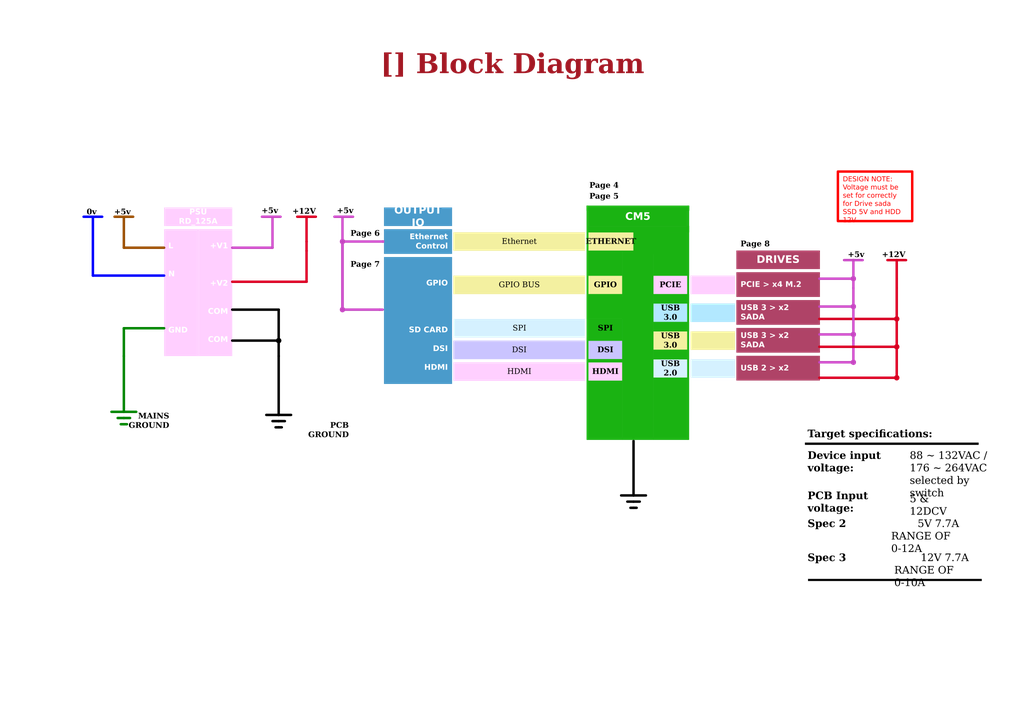
<source format=kicad_sch>
(kicad_sch
	(version 20250114)
	(generator "eeschema")
	(generator_version "9.0")
	(uuid "d4440dba-022e-49b2-97f2-6fc1871c7304")
	(paper "A3")
	(title_block
		(title "Block Diagram")
		(date "Last Modified Date")
		(rev "${REVISION}")
		(company "${COMPANY}")
	)
	(lib_symbols)
	(rectangle
		(start 241.3 156.21)
		(end 255.27 180.34)
		(stroke
			(width 0)
			(type default)
			(color 26 179 18 1)
		)
		(fill
			(type color)
			(color 26 179 18 1)
		)
		(uuid 05c43237-d989-46c7-a838-1fe3e687d325)
	)
	(rectangle
		(start 267.97 132.08)
		(end 281.94 135.89)
		(stroke
			(width 0)
			(type default)
			(color 26 179 18 1)
		)
		(fill
			(type color)
			(color 26 179 18 1)
		)
		(uuid 18d023c4-e3f0-46c9-87ca-5d30d9cdf2c3)
	)
	(rectangle
		(start 241.3 130.81)
		(end 255.27 139.7)
		(stroke
			(width 0)
			(type default)
			(color 26 179 18 1)
		)
		(fill
			(type color)
			(color 26 179 18 1)
		)
		(uuid 39c3df59-f9d6-4c44-9610-c14f06418e27)
	)
	(rectangle
		(start 267.97 154.94)
		(end 281.94 180.34)
		(stroke
			(width 0)
			(type default)
			(color 26 179 18 1)
		)
		(fill
			(type color)
			(color 26 179 18 1)
		)
		(uuid 3a6c1391-840d-4a80-9739-78b63fe94339)
	)
	(circle
		(center 367.792 130.81)
		(radius 1.016)
		(stroke
			(width 0)
			(type default)
			(color 212 0 32 1)
		)
		(fill
			(type color)
			(color 212 0 32 1)
		)
		(uuid 3e2c6bd8-f7d7-4007-beb2-38a051b35c34)
	)
	(circle
		(center 350.012 148.59)
		(radius 1.016)
		(stroke
			(width 0)
			(type default)
			(color 198 71 194 1)
		)
		(fill
			(type color)
			(color 198 71 194 1)
		)
		(uuid 41023b46-9a07-470f-8e7a-c75031cc9ecc)
	)
	(rectangle
		(start 241.3 147.32)
		(end 255.27 148.59)
		(stroke
			(width 0)
			(type default)
			(color 26 179 18 1)
		)
		(fill
			(type color)
			(color 26 179 18 1)
		)
		(uuid 421816ca-5f12-4e86-8e69-316b379c8971)
	)
	(circle
		(center 140.462 127)
		(radius 1.016)
		(stroke
			(width 0)
			(type default)
			(color 198 71 194 1)
		)
		(fill
			(type color)
			(color 198 71 194 1)
		)
		(uuid 51410f93-50a0-4779-afb7-2ee142d132a9)
	)
	(rectangle
		(start 240.665 84.455)
		(end 282.575 86.36)
		(stroke
			(width 0.254)
			(type default)
			(color 26 179 18 1)
		)
		(fill
			(type color)
			(color 26 179 18 1)
		)
		(uuid 55bb8f5d-1716-457c-ab18-7887e7f79c32)
	)
	(circle
		(center 140.462 99.06)
		(radius 1.016)
		(stroke
			(width 0)
			(type default)
			(color 198 71 194 1)
		)
		(fill
			(type color)
			(color 198 71 194 1)
		)
		(uuid 5ce36d2b-b753-4d4d-b2c0-01a15c72c9aa)
	)
	(rectangle
		(start 156.845 98.679)
		(end 157.48 99.441)
		(stroke
			(width 0.25)
			(type default)
			(color 198 71 194 1)
		)
		(fill
			(type color)
			(color 198 71 194 1)
		)
		(uuid 71a7bc8d-71ba-4784-b706-1c489dd4699b)
	)
	(circle
		(center 350.012 125.73)
		(radius 1.016)
		(stroke
			(width 0)
			(type default)
			(color 198 71 194 1)
		)
		(fill
			(type color)
			(color 198 71 194 1)
		)
		(uuid 73e2bab7-d1ff-4c48-92c5-5867c50c9caa)
	)
	(circle
		(center 367.792 154.94)
		(radius 1.016)
		(stroke
			(width 0)
			(type default)
			(color 212 0 32 1)
		)
		(fill
			(type color)
			(color 212 0 32 1)
		)
		(uuid 7633bb73-b48f-4b61-a923-beffcd4fcbdc)
	)
	(rectangle
		(start 241.3 120.65)
		(end 255.27 123.19)
		(stroke
			(width 0)
			(type default)
			(color 26 179 18 1)
		)
		(fill
			(type color)
			(color 26 179 18 1)
		)
		(uuid 7b3048d9-9f27-43c5-89d8-687bf1563aee)
	)
	(circle
		(center 350.012 137.16)
		(radius 1.016)
		(stroke
			(width 0)
			(type default)
			(color 198 71 194 1)
		)
		(fill
			(type color)
			(color 198 71 194 1)
		)
		(uuid 81814ec4-8061-4f89-b6de-11442b690bce)
	)
	(rectangle
		(start 281.94 84.455)
		(end 282.575 180.34)
		(stroke
			(width 0)
			(type default)
			(color 26 179 18 1)
		)
		(fill
			(type color)
			(color 26 179 18 1)
		)
		(uuid 82b7fc9f-5c53-4bad-ac33-36ff04086978)
	)
	(rectangle
		(start 331.47 237.49)
		(end 402.59 238.252)
		(stroke
			(width 0)
			(type default)
			(color 0 0 0 1)
		)
		(fill
			(type color)
			(color 0 0 0 1)
		)
		(uuid 8956a1c0-282a-4b1e-927b-8bc74278d14f)
	)
	(rectangle
		(start 241.3 92.71)
		(end 282.575 95.25)
		(stroke
			(width 0)
			(type default)
			(color 26 179 18 1)
		)
		(fill
			(type color)
			(color 26 179 18 1)
		)
		(uuid a952ed71-59f7-4034-9137-c9beed0052e5)
	)
	(rectangle
		(start 255.27 102.87)
		(end 267.97 180.34)
		(stroke
			(width 0)
			(type default)
			(color 26 179 18 1)
		)
		(fill
			(type color)
			(color 26 179 18 1)
		)
		(uuid b5912d90-a2e6-47a8-b37f-79df93690db6)
	)
	(rectangle
		(start 267.97 143.51)
		(end 281.94 147.32)
		(stroke
			(width 0)
			(type default)
			(color 26 179 18 1)
		)
		(fill
			(type color)
			(color 26 179 18 1)
		)
		(uuid bdbbf18e-6f1e-46bc-83ed-402e06ceb661)
	)
	(rectangle
		(start 267.97 120.65)
		(end 281.94 124.46)
		(stroke
			(width 0)
			(type default)
			(color 26 179 18 1)
		)
		(fill
			(type color)
			(color 26 179 18 1)
		)
		(uuid be3f6889-490c-44fa-9418-f01ed8476be7)
	)
	(circle
		(center 350.012 114.3)
		(radius 1.016)
		(stroke
			(width 0)
			(type default)
			(color 198 71 194 1)
		)
		(fill
			(type color)
			(color 198 71 194 1)
		)
		(uuid bfdeaac1-314c-48ed-8cf7-516162809f1b)
	)
	(rectangle
		(start 259.842 93.98)
		(end 273.812 104.14)
		(stroke
			(width 0)
			(type default)
			(color 26 179 18 1)
		)
		(fill
			(type color)
			(color 26 179 18 1)
		)
		(uuid ccbf5fc0-b3fa-481b-9909-8b6e5e2448f2)
	)
	(rectangle
		(start 267.97 95.25)
		(end 281.94 113.03)
		(stroke
			(width 0)
			(type default)
			(color 26 179 18 1)
		)
		(fill
			(type color)
			(color 26 179 18 1)
		)
		(uuid cdf72398-0431-4b4b-8fdb-00fcbee68e2a)
	)
	(circle
		(center 367.792 142.24)
		(radius 1.016)
		(stroke
			(width 0)
			(type default)
			(color 212 0 32 1)
		)
		(fill
			(type color)
			(color 212 0 32 1)
		)
		(uuid d1bb0e1b-d034-45b0-a440-50c1faf3b83f)
	)
	(rectangle
		(start 330.2 181.61)
		(end 401.32 182.372)
		(stroke
			(width 0)
			(type default)
			(color 0 0 0 1)
		)
		(fill
			(type color)
			(color 0 0 0 1)
		)
		(uuid d631d51a-2515-45dc-a2c0-e57c4fee46cd)
	)
	(rectangle
		(start 240.665 84.455)
		(end 241.3 180.34)
		(stroke
			(width 0)
			(type default)
			(color 26 179 18 1)
		)
		(fill
			(type color)
			(color 26 179 18 1)
		)
		(uuid d92c43be-acae-42f6-9179-96820bcc6ef2)
	)
	(circle
		(center 114.3 139.7)
		(radius 1.016)
		(stroke
			(width 0)
			(type default)
			(color 0 0 0 1)
		)
		(fill
			(type color)
			(color 0 0 0 1)
		)
		(uuid e009c6f9-aa34-4e58-87ba-d3118f97db1e)
	)
	(rectangle
		(start 241.3 102.87)
		(end 255.27 113.03)
		(stroke
			(width 0)
			(type default)
			(color 26 179 18 1)
		)
		(fill
			(type color)
			(color 26 179 18 1)
		)
		(uuid f4ff3a95-a29b-44f5-99fe-90e2d6c5e225)
	)
	(rectangle
		(start 240.792 121.92)
		(end 256.032 130.81)
		(stroke
			(width 0)
			(type default)
			(color 26 179 18 1)
		)
		(fill
			(type color)
			(color 26 179 18 1)
		)
		(uuid fe818828-3624-4a42-926c-34566d194c39)
	)
	(text "+5v"
		(exclude_from_sim no)
		(at 347.726 106.68 0)
		(effects
			(font
				(face "Times New Roman")
				(size 2.286 2.286)
				(thickness 0.4572)
				(bold yes)
				(color 0 0 0 1)
			)
			(justify left bottom)
		)
		(uuid "0dba65be-4dbc-4f35-b38d-7aae15950791")
	)
	(text "+5v"
		(exclude_from_sim no)
		(at 53.594 89.154 0)
		(effects
			(font
				(face "Times New Roman")
				(size 2.286 2.286)
				(thickness 0.4572)
				(bold yes)
				(color 0 0 0 1)
			)
			(justify right bottom)
		)
		(uuid "2e39a2a3-9579-46db-b35e-90d888ee8eb5")
	)
	(text "+12V"
		(exclude_from_sim no)
		(at 129.54 88.9 0)
		(effects
			(font
				(face "Times New Roman")
				(size 2.286 2.286)
				(thickness 0.4572)
				(bold yes)
				(color 0 0 0 1)
			)
			(justify right bottom)
		)
		(uuid "4570969a-23f9-402e-b415-e594243e91c6")
	)
	(text "+5v"
		(exclude_from_sim no)
		(at 138.176 88.646 0)
		(effects
			(font
				(face "Times New Roman")
				(size 2.286 2.286)
				(thickness 0.4572)
				(bold yes)
				(color 0 0 0 1)
			)
			(justify left bottom)
		)
		(uuid "61bcd564-dc47-4abd-8776-b89cef66ed38")
	)
	(text "+12V"
		(exclude_from_sim no)
		(at 371.348 106.68 0)
		(effects
			(font
				(face "Times New Roman")
				(size 2.286 2.286)
				(thickness 0.4572)
				(bold yes)
				(color 0 0 0 1)
			)
			(justify right bottom)
		)
		(uuid "b76b23fc-271e-4d85-9c32-612487cb79db")
	)
	(text "+5v"
		(exclude_from_sim no)
		(at 114.046 88.646 0)
		(effects
			(font
				(face "Times New Roman")
				(size 2.286 2.286)
				(thickness 0.4572)
				(bold yes)
				(color 0 0 0 1)
			)
			(justify right bottom)
		)
		(uuid "d00758d3-ae53-4134-ab5c-383270f3c78d")
	)
	(text "0v"
		(exclude_from_sim no)
		(at 39.624 89.154 0)
		(effects
			(font
				(face "Times New Roman")
				(size 2.286 2.286)
				(thickness 0.4572)
				(bold yes)
				(color 0 0 0 1)
			)
			(justify right bottom)
		)
		(uuid "e3d0aab1-2e1e-4d51-a1de-425c235658ce")
	)
	(text_box "GPIO"
		(exclude_from_sim no)
		(at 241.3 113.03 0)
		(size 13.97 7.62)
		(margins 1.7144 1.7144 1.7144 1.7144)
		(stroke
			(width -0.0001)
			(type solid)
		)
		(fill
			(type color)
			(color 243 240 160 1)
		)
		(effects
			(font
				(face "Times New Roman")
				(size 2.286 2.286)
				(bold yes)
				(color 0 0 0 1)
			)
		)
		(uuid "0aa0c4e1-070f-42df-94e3-eb4334e328f3")
	)
	(text_box "Spec 2"
		(exclude_from_sim no)
		(at 328.93 210.82 0)
		(size 43.18 7.62)
		(margins 2.2859 2.2859 2.2859 2.2859)
		(stroke
			(width -0.0001)
			(type default)
		)
		(fill
			(type none)
		)
		(effects
			(font
				(face "Times New Roman")
				(size 3.048 3.048)
				(thickness 0.4572)
				(bold yes)
				(color 0 0 0 1)
			)
			(justify left top)
		)
		(uuid "16ff5c12-a59a-498f-9a58-8440cea84b9d")
	)
	(text_box "\n+V1\n\n\n\n+V2\n\n\nCOM\n\n\nCOM"
		(exclude_from_sim no)
		(at 81.28 93.98 0)
		(size 13.97 52.07)
		(margins 1.7144 1.7144 1.7144 1.7144)
		(stroke
			(width -0.0001)
			(type solid)
		)
		(fill
			(type color)
			(color 255 207 255 1)
		)
		(effects
			(font
				(face "Arial")
				(size 2.286 2.286)
				(bold yes)
				(color 255 255 255 1)
			)
			(justify right top)
		)
		(uuid "1751a8a4-243e-4832-9be3-7e90da50e5e8")
	)
	(text_box "GPIO BUS"
		(exclude_from_sim no)
		(at 185.928 113.03 0)
		(size 54.102 7.62)
		(margins 1.7144 1.7144 1.7144 1.7144)
		(stroke
			(width -0.0001)
			(type solid)
		)
		(fill
			(type color)
			(color 243 240 160 1)
		)
		(effects
			(font
				(face "Times New Roman")
				(size 2.286 2.286)
				(italic yes)
				(color 0 0 0 1)
			)
		)
		(uuid "1987247e-db63-4ffa-a72e-634d9843c64c")
	)
	(text_box "CM5"
		(exclude_from_sim no)
		(at 241.3 85.09 0)
		(size 40.64 7.62)
		(margins 2.2859 2.2859 2.2859 2.2859)
		(stroke
			(width -0.0001)
			(type solid)
		)
		(fill
			(type color)
			(color 26 179 18 1)
		)
		(effects
			(font
				(face "Arial")
				(size 3.048 3.048)
				(bold yes)
				(color 255 255 255 1)
			)
		)
		(uuid "1d0d83c3-74d6-4a1f-8c3f-65fbe3fb5ec9")
	)
	(text_box "HDMI"
		(exclude_from_sim no)
		(at 185.928 148.59 0)
		(size 54.102 7.62)
		(margins 1.7144 1.7144 1.7144 1.7144)
		(stroke
			(width -0.0001)
			(type solid)
		)
		(fill
			(type color)
			(color 255 207 255 1)
		)
		(effects
			(font
				(face "Times New Roman")
				(size 2.286 2.286)
				(italic yes)
				(color 0 0 0 1)
			)
		)
		(uuid "205684f9-9b3f-4aef-bbd6-2a2cbf506b65")
	)
	(text_box "ETHERNET"
		(exclude_from_sim no)
		(at 241.3 95.25 0)
		(size 18.542 7.62)
		(margins 1.7144 1.7144 1.7144 1.7144)
		(stroke
			(width -0.0001)
			(type solid)
		)
		(fill
			(type color)
			(color 243 240 160 1)
		)
		(effects
			(font
				(face "Times New Roman")
				(size 2.286 2.286)
				(bold yes)
				(color 0 0 0 1)
			)
		)
		(uuid "29f18459-3b0c-4e53-a96d-cae677d37f45")
	)
	(text_box "Page 8"
		(exclude_from_sim no)
		(at 302.006 97.028 0)
		(size 17.78 5.08)
		(margins 1.7144 1.7144 1.7144 1.7144)
		(stroke
			(width -0.0001)
			(type solid)
		)
		(fill
			(type none)
		)
		(effects
			(font
				(face "Times New Roman")
				(size 2.286 2.286)
				(thickness 0.4572)
				(bold yes)
				(color 0 0 0 1)
			)
			(justify left top)
			(href "#8")
		)
		(uuid "2c748904-640a-4790-9cd3-81e6145a1f3e")
	)
	(text_box ""
		(exclude_from_sim no)
		(at 283.21 113.03 0)
		(size 18.288 7.62)
		(margins 1.7144 1.7144 1.7144 1.7144)
		(stroke
			(width -0.0001)
			(type solid)
		)
		(fill
			(type color)
			(color 255 207 255 1)
		)
		(effects
			(font
				(face "Times New Roman")
				(size 2.286 2.286)
				(italic yes)
				(color 0 0 0 1)
			)
		)
		(uuid "2eccac48-a697-4b98-a3f1-dcbeefca3094")
	)
	(text_box "PCB Input voltage:"
		(exclude_from_sim no)
		(at 328.93 199.39 0)
		(size 41.91 7.62)
		(margins 2.2859 2.2859 2.2859 2.2859)
		(stroke
			(width -0.0001)
			(type solid)
		)
		(fill
			(type none)
		)
		(effects
			(font
				(face "Times New Roman")
				(size 3.048 3.048)
				(thickness 0.4572)
				(bold yes)
				(color 0 0 0 1)
			)
			(justify left top)
		)
		(uuid "347e7e61-7c93-449c-8c65-b1d74937394e")
	)
	(text_box "Ethernet"
		(exclude_from_sim no)
		(at 185.928 95.25 0)
		(size 54.102 7.62)
		(margins 1.7144 1.7144 1.7144 1.7144)
		(stroke
			(width -0.0001)
			(type solid)
		)
		(fill
			(type color)
			(color 243 240 160 1)
		)
		(effects
			(font
				(face "Times New Roman")
				(size 2.286 2.286)
				(italic yes)
				(color 0 0 0 1)
			)
		)
		(uuid "34f97dad-9bc3-424e-b006-bedf003458aa")
	)
	(text_box "        12V 7.7A \nRANGE OF 0-10A"
		(exclude_from_sim no)
		(at 364.49 224.79 0)
		(size 38.1 11.43)
		(margins 2.2859 2.2859 2.2859 2.2859)
		(stroke
			(width -0.0001)
			(type solid)
		)
		(fill
			(type none)
		)
		(effects
			(font
				(face "Times New Roman")
				(size 3.048 3.048)
				(color 0 0 0 1)
			)
			(justify left top)
		)
		(uuid "37354c60-dbdb-4aa1-a2b0-e6db1fd7a12e")
	)
	(text_box "        5V 7.7A \nRANGE OF 0-12A"
		(exclude_from_sim no)
		(at 363.22 210.82 0)
		(size 38.1 7.62)
		(margins 2.2859 2.2859 2.2859 2.2859)
		(stroke
			(width -0.0001)
			(type solid)
		)
		(fill
			(type none)
		)
		(effects
			(font
				(face "Times New Roman")
				(size 3.048 3.048)
				(color 0 0 0 1)
			)
			(justify left top)
		)
		(uuid "3d9a8928-04fd-4c32-8894-e3210045027d")
	)
	(text_box ""
		(exclude_from_sim no)
		(at 283.21 135.89 0)
		(size 18.288 7.62)
		(margins 1.1429 1.1429 1.1429 1.1429)
		(stroke
			(width -0.0001)
			(type solid)
		)
		(fill
			(type color)
			(color 243 240 160 1)
		)
		(effects
			(font
				(face "Times New Roman")
				(size 1.524 1.524)
				(italic yes)
				(color 0 0 0 1)
			)
		)
		(uuid "4616f06b-0c0c-4da0-aaa7-60ade012707d")
	)
	(text_box "DSI"
		(exclude_from_sim no)
		(at 185.928 139.7 0)
		(size 54.102 7.62)
		(margins 1.7144 1.7144 1.7144 1.7144)
		(stroke
			(width -0.0001)
			(type solid)
		)
		(fill
			(type color)
			(color 202 196 255 1)
		)
		(effects
			(font
				(face "Times New Roman")
				(size 2.286 2.286)
				(italic yes)
				(color 0 0 0 1)
			)
		)
		(uuid "4be2fbb4-9521-4c43-b13b-45298595a8b7")
	)
	(text_box "DRIVES"
		(exclude_from_sim no)
		(at 302.006 102.743 0)
		(size 34.29 7.62)
		(margins 2.2859 2.2859 2.2859 2.2859)
		(stroke
			(width -0.0001)
			(type solid)
		)
		(fill
			(type color)
			(color 175 67 103 1)
		)
		(effects
			(font
				(face "Arial")
				(size 3.048 3.048)
				(bold yes)
				(color 255 255 255 1)
			)
		)
		(uuid "50f90389-4852-4d94-a1e5-f12357304e05")
	)
	(text_box "Ethernet Control"
		(exclude_from_sim no)
		(at 157.48 93.98 0)
		(size 27.94 10.16)
		(margins 1.7144 1.7144 1.7144 1.7144)
		(stroke
			(width -0.0001)
			(type solid)
		)
		(fill
			(type color)
			(color 74 155 203 1)
		)
		(effects
			(font
				(face "Arial")
				(size 2.286 2.286)
				(bold yes)
				(color 255 255 255 1)
			)
			(justify right)
		)
		(uuid "5a2e6555-9060-4d4a-9a34-a05560ac30d8")
	)
	(text_box "USB 3 > x2 SADA"
		(exclude_from_sim no)
		(at 302.006 134.493 0)
		(size 34.29 10.16)
		(margins 1.7144 1.7144 1.7144 1.7144)
		(stroke
			(width -0.0001)
			(type solid)
		)
		(fill
			(type color)
			(color 175 67 103 1)
		)
		(effects
			(font
				(face "Arial")
				(size 2.286 2.286)
				(bold yes)
				(color 255 255 255 1)
			)
			(justify left)
		)
		(uuid "5f14182b-c93f-4d15-9db7-1a029aadad7b")
	)
	(text_box "MAINS GROUND"
		(exclude_from_sim no)
		(at 43.18 167.64 0)
		(size 27.94 5.08)
		(margins 1.7144 1.7144 1.7144 1.7144)
		(stroke
			(width -0.0001)
			(type solid)
		)
		(fill
			(type none)
		)
		(effects
			(font
				(face "Times New Roman")
				(size 2.286 2.286)
				(thickness 0.4572)
				(bold yes)
				(color 0 0 0 1)
			)
			(justify right top)
		)
		(uuid "68649da4-f68d-4ed5-8365-8f0b566e83f2")
	)
	(text_box "PCIE > x4 M.2"
		(exclude_from_sim no)
		(at 302.006 111.633 0)
		(size 34.29 10.16)
		(margins 1.7144 1.7144 1.7144 1.7144)
		(stroke
			(width -0.0001)
			(type solid)
		)
		(fill
			(type color)
			(color 175 67 103 1)
		)
		(effects
			(font
				(face "Arial")
				(size 2.286 2.286)
				(bold yes)
				(color 255 255 255 1)
			)
			(justify left)
		)
		(uuid "6f80972b-0868-4998-bb39-1d5e548cee7c")
	)
	(text_box "[${#}] ${TITLE}"
		(exclude_from_sim no)
		(at 144.78 20.32 0)
		(size 130.81 12.7)
		(margins 5.9999 5.9999 5.9999 5.9999)
		(stroke
			(width -0.0001)
			(type default)
		)
		(fill
			(type none)
		)
		(effects
			(font
				(face "Times New Roman")
				(size 8 8)
				(thickness 1.2)
				(bold yes)
				(color 162 22 34 1)
			)
		)
		(uuid "73b2b29c-2473-4e80-be0b-4f57c6856c3e")
	)
	(text_box "PCB GROUND"
		(exclude_from_sim no)
		(at 119.38 171.45 0)
		(size 25.4 5.08)
		(margins 1.7144 1.7144 1.7144 1.7144)
		(stroke
			(width -0.0001)
			(type solid)
		)
		(fill
			(type none)
		)
		(effects
			(font
				(face "Times New Roman")
				(size 2.286 2.286)
				(thickness 0.4572)
				(bold yes)
				(color 0 0 0 1)
			)
			(justify right top)
		)
		(uuid "7f17de43-d66f-4f43-939d-61d7515cb81b")
	)
	(text_box "Target specifications:"
		(exclude_from_sim no)
		(at 328.93 173.99 0)
		(size 73.66 7.62)
		(margins 2.2859 2.2859 2.2859 2.2859)
		(stroke
			(width -0.0001)
			(type default)
		)
		(fill
			(type none)
		)
		(effects
			(font
				(face "Times New Roman")
				(size 3.048 3.048)
				(thickness 0.4572)
				(bold yes)
				(color 0 0 0 1)
			)
			(justify left top)
		)
		(uuid "874bfc99-fafe-40d4-b7af-9ddb98b61eea")
	)
	(text_box "DSI"
		(exclude_from_sim no)
		(at 241.3 139.7 0)
		(size 13.97 7.62)
		(margins 1.7144 1.7144 1.7144 1.7144)
		(stroke
			(width -0.0001)
			(type solid)
		)
		(fill
			(type color)
			(color 202 196 255 1)
		)
		(effects
			(font
				(face "Times New Roman")
				(size 2.286 2.286)
				(bold yes)
				(color 0 0 0 1)
			)
		)
		(uuid "8d5e3fa3-e0ae-46de-9bca-be5f9d003da2")
	)
	(text_box "SPI"
		(exclude_from_sim no)
		(at 186.055 130.81 0)
		(size 53.975 7.62)
		(margins 1.1429 1.1429 1.1429 1.1429)
		(stroke
			(width -0.0001)
			(type solid)
		)
		(fill
			(type color)
			(color 213 241 255 1)
		)
		(effects
			(font
				(face "Times New Roman")
				(size 2.286 2.286)
				(italic yes)
				(color 0 0 0 1)
			)
		)
		(uuid "8f602d65-403f-4ff5-b704-d33255654b4f")
	)
	(text_box "\nL\n\n\nN\n\n\n\n\n\nGND"
		(exclude_from_sim no)
		(at 67.31 93.98 0)
		(size 13.97 52.07)
		(margins 1.7144 1.7144 1.7144 1.7144)
		(stroke
			(width -0.0001)
			(type solid)
		)
		(fill
			(type color)
			(color 255 207 255 1)
		)
		(effects
			(font
				(face "Arial")
				(size 2.286 2.286)
				(bold yes)
				(color 255 255 255 1)
			)
			(justify left top)
		)
		(uuid "94c5ac1c-84a0-4493-a64b-d47cb22b6c26")
	)
	(text_box "88 ~ 132VAC / 176 ~ 264VAC selected by switch"
		(exclude_from_sim no)
		(at 370.84 182.88 0)
		(size 36.83 7.62)
		(margins 2.2859 2.2859 2.2859 2.2859)
		(stroke
			(width -0.0001)
			(type solid)
		)
		(fill
			(type none)
		)
		(effects
			(font
				(face "Times New Roman")
				(size 3.048 3.048)
				(color 0 0 0 1)
			)
			(justify left top)
		)
		(uuid "95b75913-46be-4d10-99cf-a43e95aedcc0")
	)
	(text_box "Page 6"
		(exclude_from_sim no)
		(at 139.7 92.71 0)
		(size 17.78 5.08)
		(margins 1.7144 1.7144 1.7144 1.7144)
		(stroke
			(width -0.0001)
			(type solid)
		)
		(fill
			(type none)
		)
		(effects
			(font
				(face "Times New Roman")
				(size 2.286 2.286)
				(thickness 0.4572)
				(bold yes)
				(color 0 0 0 1)
			)
			(justify right top)
		)
		(uuid "9e4a510b-5c75-46a6-9e6e-397aa68ebd40")
	)
	(text_box "OUTPUT IO"
		(exclude_from_sim no)
		(at 157.48 85.09 0)
		(size 27.94 7.62)
		(margins 2.2859 2.2859 2.2859 2.2859)
		(stroke
			(width -0.0001)
			(type solid)
		)
		(fill
			(type color)
			(color 74 155 203 1)
		)
		(effects
			(font
				(face "Arial")
				(size 3.048 3.048)
				(bold yes)
				(color 255 255 255 1)
			)
		)
		(uuid "a5dfea43-92a3-4c4a-a914-eb784ef96d73")
	)
	(text_box "5 & 12DCV\n"
		(exclude_from_sim no)
		(at 370.84 200.66 0)
		(size 26.67 7.62)
		(margins 2.2859 2.2859 2.2859 2.2859)
		(stroke
			(width -0.0001)
			(type solid)
		)
		(fill
			(type none)
		)
		(effects
			(font
				(face "Times New Roman")
				(size 3.048 3.048)
				(color 0 0 0 1)
			)
			(justify left top)
		)
		(uuid "aa388299-5267-444a-a70f-fbbbf3a9efdc")
	)
	(text_box "SPI"
		(exclude_from_sim no)
		(at 241.3 130.81 0)
		(size 13.97 7.62)
		(margins 1.7144 1.7144 1.7144 1.7144)
		(stroke
			(width -0.0001)
			(type solid)
		)
		(fill
			(type color)
			(color 213 241 255 1)
		)
		(effects
			(font
				(face "Times New Roman")
				(size 2.286 2.286)
				(bold yes)
				(color 0 0 0 1)
			)
		)
		(uuid "aa50f68b-8dcc-48bf-9f99-fd8274b2d4a1")
	)
	(text_box "HDMI"
		(exclude_from_sim no)
		(at 241.3 148.59 0)
		(size 13.97 7.62)
		(margins 1.7144 1.7144 1.7144 1.7144)
		(stroke
			(width -0.0001)
			(type solid)
		)
		(fill
			(type color)
			(color 255 207 255 1)
		)
		(effects
			(font
				(face "Times New Roman")
				(size 2.286 2.286)
				(bold yes)
				(color 0 0 0 1)
			)
		)
		(uuid "ab21cef4-7adc-4acc-bdaa-b46c7f774ce6")
	)
	(text_box "USB 2.0"
		(exclude_from_sim no)
		(at 267.97 147.32 0)
		(size 13.97 7.62)
		(margins 1.7144 1.7144 1.7144 1.7144)
		(stroke
			(width -0.0001)
			(type solid)
		)
		(fill
			(type color)
			(color 213 241 255 1)
		)
		(effects
			(font
				(face "Times New Roman")
				(size 2.286 2.286)
				(bold yes)
				(color 0 0 0 1)
			)
		)
		(uuid "ac56c48c-4a2e-4776-9858-933bd22ee6ee")
	)
	(text_box "Page 4"
		(exclude_from_sim no)
		(at 240.03 73.025 0)
		(size 24.765 5.08)
		(margins 1.7144 1.7144 1.7144 1.7144)
		(stroke
			(width -0.0001)
			(type default)
		)
		(fill
			(type none)
		)
		(effects
			(font
				(face "Times New Roman")
				(size 2.286 2.286)
				(thickness 0.4572)
				(bold yes)
				(color 0 0 0 1)
			)
			(justify left top)
		)
		(uuid "af913ec4-8a49-4345-bec6-fafb6d986bc2")
	)
	(text_box "USB 3.0"
		(exclude_from_sim no)
		(at 267.97 135.89 0)
		(size 13.97 7.62)
		(margins 1.7144 1.7144 1.7144 1.7144)
		(stroke
			(width -0.0001)
			(type solid)
		)
		(fill
			(type color)
			(color 243 240 160 1)
		)
		(effects
			(font
				(face "Times New Roman")
				(size 2.286 2.286)
				(bold yes)
				(color 0 0 0 1)
			)
		)
		(uuid "b25023e5-acfa-4102-bb80-efad95c74d40")
	)
	(text_box "USB 3.0"
		(exclude_from_sim no)
		(at 267.97 124.46 0)
		(size 13.97 7.62)
		(margins 1.7144 1.7144 1.7144 1.7144)
		(stroke
			(width -0.0001)
			(type solid)
		)
		(fill
			(type color)
			(color 178 232 255 1)
		)
		(effects
			(font
				(face "Times New Roman")
				(size 2.286 2.286)
				(bold yes)
				(color 0 0 0 1)
			)
		)
		(uuid "c2c0d0c9-0dec-46a5-9473-b81815342d7b")
	)
	(text_box ""
		(exclude_from_sim no)
		(at 283.21 124.46 0)
		(size 18.288 7.62)
		(margins 1.7144 1.7144 1.7144 1.7144)
		(stroke
			(width -0.0001)
			(type solid)
		)
		(fill
			(type color)
			(color 178 232 255 1)
		)
		(effects
			(font
				(face "Times New Roman")
				(size 2.286 2.286)
				(italic yes)
				(color 0 0 0 1)
			)
		)
		(uuid "ce8d5aa2-32fa-41ab-879e-c8a14b311e71")
	)
	(text_box "USB 2 > x2"
		(exclude_from_sim no)
		(at 302.006 145.923 0)
		(size 34.29 10.16)
		(margins 1.7144 1.7144 1.7144 1.7144)
		(stroke
			(width -0.0001)
			(type solid)
		)
		(fill
			(type color)
			(color 175 67 103 1)
		)
		(effects
			(font
				(face "Arial")
				(size 2.286 2.286)
				(bold yes)
				(color 255 255 255 1)
			)
			(justify left)
		)
		(uuid "d11c5cc0-b2d5-4819-92dd-51b892f4bd76")
	)
	(text_box "Device input voltage:"
		(exclude_from_sim no)
		(at 328.93 182.88 0)
		(size 44.45 7.62)
		(margins 2.2859 2.2859 2.2859 2.2859)
		(stroke
			(width -0.0001)
			(type solid)
		)
		(fill
			(type none)
		)
		(effects
			(font
				(face "Times New Roman")
				(size 3.048 3.048)
				(thickness 0.4572)
				(bold yes)
				(color 0 0 0 1)
			)
			(justify left top)
		)
		(uuid "d8a87a47-124c-44f3-964b-45ae309ac1a4")
	)
	(text_box ""
		(exclude_from_sim no)
		(at 283.21 147.32 0)
		(size 18.288 7.62)
		(margins 1.1429 1.1429 1.1429 1.1429)
		(stroke
			(width -0.0001)
			(type solid)
		)
		(fill
			(type color)
			(color 213 241 255 1)
		)
		(effects
			(font
				(face "Times New Roman")
				(size 1.524 1.524)
				(italic yes)
				(color 0 0 0 1)
			)
		)
		(uuid "d95aa69c-63fb-4b5d-9978-ffe4aa9ad079")
	)
	(text_box "DESIGN NOTE:\nVoltage must be set for correctly for Drive sada SSD 5V and HDD 12V"
		(exclude_from_sim no)
		(at 343.662 70.358 0)
		(size 30.48 20.32)
		(margins 2 2 2 2)
		(stroke
			(width 1)
			(type solid)
			(color 255 0 0 1)
		)
		(fill
			(type none)
		)
		(effects
			(font
				(face "Arial")
				(size 2 2)
				(color 255 0 0 1)
			)
			(justify left top)
		)
		(uuid "debe43d0-035d-4f6d-8150-009a80bd4084")
	)
	(text_box "PSU RD_125A"
		(exclude_from_sim no)
		(at 67.31 85.09 0)
		(size 27.94 7.62)
		(margins 2.2859 2.2859 2.2859 2.2859)
		(stroke
			(width -0.0001)
			(type solid)
		)
		(fill
			(type color)
			(color 255 207 255 1)
		)
		(effects
			(font
				(face "Arial")
				(size 2.286 2.286)
				(bold yes)
				(color 255 255 255 1)
			)
		)
		(uuid "e1a6b0a4-43ae-4eb7-959a-7e2d3ebd2599")
	)
	(text_box "PCIE"
		(exclude_from_sim no)
		(at 267.97 113.03 0)
		(size 13.97 7.62)
		(margins 1.7144 1.7144 1.7144 1.7144)
		(stroke
			(width -0.0001)
			(type solid)
		)
		(fill
			(type color)
			(color 255 207 255 1)
		)
		(effects
			(font
				(face "Times New Roman")
				(size 2.286 2.286)
				(bold yes)
				(color 0 0 0 1)
			)
		)
		(uuid "e2d08c91-25de-4e80-a665-a7cd6ec63101")
	)
	(text_box "Page 5"
		(exclude_from_sim no)
		(at 240.03 77.47 0)
		(size 24.765 5.08)
		(margins 1.7144 1.7144 1.7144 1.7144)
		(stroke
			(width -0.0001)
			(type default)
		)
		(fill
			(type none)
		)
		(effects
			(font
				(face "Times New Roman")
				(size 2.286 2.286)
				(thickness 0.4572)
				(bold yes)
				(color 0 0 0 1)
			)
			(justify left top)
			(href "#5")
		)
		(uuid "e8b722a7-e885-4392-8585-c14113718643")
	)
	(text_box "Page 7"
		(exclude_from_sim no)
		(at 139.7 105.41 0)
		(size 17.78 5.08)
		(margins 1.7144 1.7144 1.7144 1.7144)
		(stroke
			(width -0.0001)
			(type solid)
		)
		(fill
			(type none)
		)
		(effects
			(font
				(face "Times New Roman")
				(size 2.286 2.286)
				(thickness 0.4572)
				(bold yes)
				(color 0 0 0 1)
			)
			(justify right top)
		)
		(uuid "ed339cec-4d03-443c-9621-bdc36e032f0f")
	)
	(text_box "\n\nGPIO \n\n\n\n\nSD CARD\n\nDSI\n\nHDMI"
		(exclude_from_sim no)
		(at 157.48 105.41 0)
		(size 27.94 52.07)
		(margins 1.7144 1.7144 1.7144 1.7144)
		(stroke
			(width -0.0001)
			(type solid)
		)
		(fill
			(type color)
			(color 74 155 203 1)
		)
		(effects
			(font
				(face "Arial")
				(size 2.286 2.286)
				(bold yes)
				(color 255 255 255 1)
			)
			(justify right top)
		)
		(uuid "ed5022fd-7df6-48a2-9346-7cffbd945cc2")
	)
	(text_box "Spec 3"
		(exclude_from_sim no)
		(at 328.93 224.79 0)
		(size 44.45 7.62)
		(margins 2.2859 2.2859 2.2859 2.2859)
		(stroke
			(width -0.0001)
			(type solid)
		)
		(fill
			(type none)
		)
		(effects
			(font
				(face "Times New Roman")
				(size 3.048 3.048)
				(thickness 0.4572)
				(bold yes)
				(color 0 0 0 1)
			)
			(justify left top)
		)
		(uuid "f73ecd5d-28d4-4dc6-ad8d-2c156959b733")
	)
	(text_box "USB 3 > x2 SADA"
		(exclude_from_sim no)
		(at 302.006 123.063 0)
		(size 34.29 10.16)
		(margins 1.7144 1.7144 1.7144 1.7144)
		(stroke
			(width -0.0001)
			(type solid)
		)
		(fill
			(type color)
			(color 175 67 103 1)
		)
		(effects
			(font
				(face "Arial")
				(size 2.286 2.286)
				(bold yes)
				(color 255 255 255 1)
			)
			(justify left)
		)
		(uuid "fd61c9c5-9a5f-4021-bb34-8e82244796ab")
	)
	(polyline
		(pts
			(xy 95.25 127) (xy 114.3 127)
		)
		(stroke
			(width 1.016)
			(type default)
			(color 0 0 0 1)
		)
		(uuid "0712a9ce-ba7d-4a8e-bad8-bd487579b21d")
	)
	(polyline
		(pts
			(xy 50.292 88.9) (xy 54.61 88.9)
		)
		(stroke
			(width 1.016)
			(type default)
			(color 150 75 0 1)
		)
		(uuid "0b6c725a-cbd2-42f5-b873-c656dec3b20f")
	)
	(polyline
		(pts
			(xy 140.462 88.9) (xy 144.78 88.9)
		)
		(stroke
			(width 1.016)
			(type default)
			(color 198 71 194 1)
		)
		(uuid "0c4f2c87-5668-4ab3-9f54-bb552b1160e0")
	)
	(polyline
		(pts
			(xy 336.042 114.3) (xy 350.012 114.3)
		)
		(stroke
			(width 1.016)
			(type solid)
			(color 198 71 194 1)
		)
		(uuid "0ede2931-56c6-4356-b1be-42b80f8c9947")
	)
	(polyline
		(pts
			(xy 115.062 88.9) (xy 111.76 88.9)
		)
		(stroke
			(width 1.016)
			(type default)
			(color 198 71 194 1)
		)
		(uuid "12c9610a-d80a-487b-b402-30ece501f58d")
	)
	(polyline
		(pts
			(xy 156.972 99.06) (xy 140.462 99.06)
		)
		(stroke
			(width 1.016)
			(type default)
			(color 198 71 194 1)
		)
		(uuid "12ef2ddf-0ea9-47cc-b3da-b713337e7a4d")
	)
	(polyline
		(pts
			(xy 114.3 146.05) (xy 114.3 170.18)
		)
		(stroke
			(width 1.016)
			(type default)
			(color 0 0 0 1)
		)
		(uuid "18046192-8298-4363-a5ce-814e10e8ee86")
	)
	(polyline
		(pts
			(xy 137.16 88.9) (xy 140.462 88.9)
		)
		(stroke
			(width 1.016)
			(type default)
			(color 198 71 194 1)
		)
		(uuid "21ea9e82-75fb-4584-ad6e-013b648b8538")
	)
	(polyline
		(pts
			(xy 34.29 88.9) (xy 37.592 88.9)
		)
		(stroke
			(width 1.016)
			(type solid)
			(color 0 0 255 1)
		)
		(uuid "26efa645-3938-4bc5-8a16-6d4c93cf603c")
	)
	(polyline
		(pts
			(xy 350.012 106.68) (xy 346.202 106.68)
		)
		(stroke
			(width 1.016)
			(type solid)
			(color 198 71 194 1)
		)
		(uuid "27bd0569-535c-49cb-bda3-e937d42f8467")
	)
	(polyline
		(pts
			(xy 336.042 142.24) (xy 367.792 142.24)
		)
		(stroke
			(width 1.016)
			(type default)
			(color 212 0 32 1)
		)
		(uuid "29a4b4a0-c175-4bf7-a282-dd92c46689f0")
	)
	(polyline
		(pts
			(xy 125.73 88.9) (xy 121.92 88.9)
		)
		(stroke
			(width 1.016)
			(type default)
			(color 212 0 32 1)
		)
		(uuid "2e892209-3e08-41e1-a7d7-13810052d161")
	)
	(polyline
		(pts
			(xy 353.822 106.68) (xy 350.012 106.68)
		)
		(stroke
			(width 1.016)
			(type solid)
			(color 198 71 194 1)
		)
		(uuid "2fb9b665-e927-46c4-93bc-09cd599e0970")
	)
	(polyline
		(pts
			(xy 350.012 114.3) (xy 350.012 118.11)
		)
		(stroke
			(width 1.016)
			(type solid)
			(color 198 71 194 1)
		)
		(uuid "33063390-beaa-4c97-a1aa-865df91027f3")
	)
	(polyline
		(pts
			(xy 111.76 88.9) (xy 107.442 88.9)
		)
		(stroke
			(width 1.016)
			(type default)
			(color 198 71 194 1)
		)
		(uuid "36d41173-8841-4fa5-92c7-bb776ff4f1bd")
	)
	(polyline
		(pts
			(xy 111.76 88.9) (xy 111.76 101.6)
		)
		(stroke
			(width 1.016)
			(type default)
			(color 198 71 194 1)
		)
		(uuid "373769d4-70d4-47a4-9200-28babce0d135")
	)
	(polyline
		(pts
			(xy 129.54 88.9) (xy 125.73 88.9)
		)
		(stroke
			(width 1.016)
			(type default)
			(color 212 0 32 1)
		)
		(uuid "3eeb2943-7d5e-4873-91ac-5a667f9ca394")
	)
	(polyline
		(pts
			(xy 155.702 127) (xy 156.972 127)
		)
		(stroke
			(width 1.016)
			(type default)
			(color 198 71 194 1)
		)
		(uuid "40fe2050-aa02-415f-a613-2bc33aaa1e5b")
	)
	(polyline
		(pts
			(xy 50.8 146.05) (xy 50.8 168.91)
		)
		(stroke
			(width 1.016)
			(type solid)
			(color 0 128 0 1)
		)
		(uuid "4b396702-e4f1-48ee-be8a-79b0a6711ab9")
	)
	(polyline
		(pts
			(xy 350.012 139.7) (xy 350.012 148.59)
		)
		(stroke
			(width 1.016)
			(type solid)
			(color 198 71 194 1)
		)
		(uuid "53ab0b00-93ba-4e5d-ac4c-4e02676a9b51")
	)
	(polyline
		(pts
			(xy 259.842 180.848) (xy 259.842 203.2)
		)
		(stroke
			(width 1.016)
			(type default)
			(color 0 0 0 1)
		)
		(uuid "55ce596c-8a15-46cd-9c5e-277071803838")
	)
	(polyline
		(pts
			(xy 336.042 154.94) (xy 367.792 154.94)
		)
		(stroke
			(width 1.016)
			(type default)
			(color 212 0 32 1)
		)
		(uuid "56696148-5d5e-4b3d-9c0e-4bebda7359f0")
	)
	(polyline
		(pts
			(xy 114.3 146.05) (xy 114.3 146.05)
		)
		(stroke
			(width 1.016)
			(type default)
			(color 0 0 0 1)
		)
		(uuid "60038da2-406f-4087-bfeb-e2f314ac6f59")
	)
	(polyline
		(pts
			(xy 50.8 168.91) (xy 55.88 168.91)
		)
		(stroke
			(width 1.016)
			(type solid)
			(color 0 128 0 1)
		)
		(uuid "698c0553-2c53-4ded-bee5-dba5399375d7")
	)
	(polyline
		(pts
			(xy 116.84 172.72) (xy 114.3 172.72)
		)
		(stroke
			(width 1.016)
			(type default)
			(color 0 0 0 1)
		)
		(uuid "6bd770b7-8a37-4520-847a-87819399e6e4")
	)
	(polyline
		(pts
			(xy 45.72 168.91) (xy 50.8 168.91)
		)
		(stroke
			(width 1.016)
			(type solid)
			(color 0 128 0 1)
		)
		(uuid "6c41c615-4b23-428c-a123-98ee794b9bb2")
	)
	(polyline
		(pts
			(xy 50.8 146.05) (xy 50.8 134.62)
		)
		(stroke
			(width 1.016)
			(type solid)
			(color 0 128 0 1)
		)
		(uuid "6d040e6f-bf6e-4f91-b97b-af6e80497e46")
	)
	(polyline
		(pts
			(xy 261.112 208.28) (xy 259.842 208.28)
		)
		(stroke
			(width 1.016)
			(type default)
			(color 0 0 0 1)
		)
		(uuid "6dd30f04-28a9-42d5-9d28-fcc750e83f4d")
	)
	(polyline
		(pts
			(xy 155.702 127) (xy 140.462 127)
		)
		(stroke
			(width 1.016)
			(type default)
			(color 198 71 194 1)
		)
		(uuid "6e88117f-fb7a-4817-87aa-3f3dac203a27")
	)
	(polyline
		(pts
			(xy 114.3 139.7) (xy 114.3 139.7)
		)
		(stroke
			(width 1.016)
			(type default)
			(color 0 0 0 1)
		)
		(uuid "6f88a948-f293-49e9-aa70-49cd7a74072d")
	)
	(polyline
		(pts
			(xy 95.25 115.57) (xy 125.73 115.57)
		)
		(stroke
			(width 1.016)
			(type default)
			(color 212 0 32 1)
		)
		(uuid "70246205-7739-4670-ba11-86e316d0e064")
	)
	(polyline
		(pts
			(xy 114.3 127) (xy 114.3 139.7)
		)
		(stroke
			(width 1.016)
			(type default)
			(color 0 0 0 1)
		)
		(uuid "703f8a14-0380-484f-9981-76fb9aaf76fe")
	)
	(polyline
		(pts
			(xy 140.462 127) (xy 140.462 99.06)
		)
		(stroke
			(width 1.016)
			(type default)
			(color 198 71 194 1)
		)
		(uuid "72685799-a9bb-405d-9640-ea2d6d446e95")
	)
	(polyline
		(pts
			(xy 50.8 134.62) (xy 67.31 134.62)
		)
		(stroke
			(width 1.016)
			(type solid)
			(color 0 128 0 1)
		)
		(uuid "760450c2-208d-48a6-9d69-bbf0db644fd7")
	)
	(polyline
		(pts
			(xy 350.012 137.16) (xy 350.012 139.7)
		)
		(stroke
			(width 1.016)
			(type solid)
			(color 198 71 194 1)
		)
		(uuid "760b09ea-0830-465b-8acc-fea0d7345735")
	)
	(polyline
		(pts
			(xy 254.762 203.2) (xy 259.842 203.2)
		)
		(stroke
			(width 1.016)
			(type default)
			(color 0 0 0 1)
		)
		(uuid "7aab66e5-1ac8-4bc5-9ee3-70b61eca87f0")
	)
	(polyline
		(pts
			(xy 350.012 125.73) (xy 350.012 137.16)
		)
		(stroke
			(width 1.016)
			(type solid)
			(color 198 71 194 1)
		)
		(uuid "878e07cd-dfe9-4c9e-8e7e-684952d63cb3")
	)
	(polyline
		(pts
			(xy 125.73 88.9) (xy 125.73 99.06)
		)
		(stroke
			(width 1.016)
			(type default)
			(color 212 0 32 1)
		)
		(uuid "88f159fb-37eb-4d4d-a7fb-8eaf42565b18")
	)
	(polyline
		(pts
			(xy 37.592 88.9) (xy 41.91 88.9)
		)
		(stroke
			(width 1.016)
			(type solid)
			(color 0 0 255 1)
		)
		(uuid "8f707394-c4b4-49d7-8664-e244fffe1ebf")
	)
	(polyline
		(pts
			(xy 259.842 208.28) (xy 258.572 208.28)
		)
		(stroke
			(width 1.016)
			(type default)
			(color 0 0 0 1)
		)
		(uuid "96477599-d77b-4ac5-a27a-9731e56a2b73")
	)
	(polyline
		(pts
			(xy 259.842 205.74) (xy 257.302 205.74)
		)
		(stroke
			(width 1.016)
			(type default)
			(color 0 0 0 1)
		)
		(uuid "99f8ef53-41be-4a56-8c5e-1501d21e4698")
	)
	(polyline
		(pts
			(xy 140.462 88.9) (xy 140.462 99.06)
		)
		(stroke
			(width 1.016)
			(type default)
			(color 198 71 194 1)
		)
		(uuid "9e94e400-0ca7-4a19-9721-e89096fc8ef1")
	)
	(polyline
		(pts
			(xy 140.462 127) (xy 140.462 99.06)
		)
		(stroke
			(width 1.016)
			(type default)
			(color 198 71 194 1)
		)
		(uuid "a20b6d38-73ea-42be-ba68-1aefdfb7c874")
	)
	(polyline
		(pts
			(xy 67.31 101.6) (xy 50.8 101.6)
		)
		(stroke
			(width 1.016)
			(type solid)
			(color 150 75 0 1)
		)
		(uuid "a93dd0bd-bf8e-46ba-887c-784d127e2e20")
	)
	(polyline
		(pts
			(xy 114.3 175.26) (xy 113.03 175.26)
		)
		(stroke
			(width 1.016)
			(type default)
			(color 0 0 0 1)
		)
		(uuid "a98dbc1e-936f-47ed-9299-0a12974d687b")
	)
	(polyline
		(pts
			(xy 50.8 171.45) (xy 48.26 171.45)
		)
		(stroke
			(width 1.016)
			(type solid)
			(color 0 128 0 1)
		)
		(uuid "aa78a750-4d5d-4220-aab0-c1bde8cb9073")
	)
	(polyline
		(pts
			(xy 350.012 106.68) (xy 350.012 114.3)
		)
		(stroke
			(width 1.016)
			(type solid)
			(color 198 71 194 1)
		)
		(uuid "ad3f1baa-0b34-4663-9798-50e63149ac4e")
	)
	(polyline
		(pts
			(xy 367.792 114.3) (xy 367.792 118.11)
		)
		(stroke
			(width 1.016)
			(type default)
			(color 212 0 32 1)
		)
		(uuid "ae986255-964e-4b17-92d9-c06eea8039c5")
	)
	(polyline
		(pts
			(xy 114.3 172.72) (xy 111.76 172.72)
		)
		(stroke
			(width 1.016)
			(type default)
			(color 0 0 0 1)
		)
		(uuid "b35953e9-34e9-4f65-aaaf-66151805edc8")
	)
	(polyline
		(pts
			(xy 336.042 130.81) (xy 367.792 130.81)
		)
		(stroke
			(width 1.016)
			(type default)
			(color 212 0 32 1)
		)
		(uuid "b45e1dc3-5c3a-48d8-ba98-a9d7ed256389")
	)
	(polyline
		(pts
			(xy 336.042 125.73) (xy 350.012 125.73)
		)
		(stroke
			(width 1.016)
			(type solid)
			(color 198 71 194 1)
		)
		(uuid "b4f544e0-9e89-4bbe-b04b-dc5f136f7f88")
	)
	(polyline
		(pts
			(xy 367.792 142.24) (xy 367.792 139.7)
		)
		(stroke
			(width 1.016)
			(type default)
			(color 212 0 32 1)
		)
		(uuid "b73296fa-35ba-4119-8808-42dc950bc4c4")
	)
	(polyline
		(pts
			(xy 46.99 88.9) (xy 50.292 88.9)
		)
		(stroke
			(width 1.016)
			(type default)
			(color 150 75 0 1)
		)
		(uuid "bd05a364-f5a3-4192-8454-b7284a04ad7a")
	)
	(polyline
		(pts
			(xy 95.25 139.7) (xy 114.3 139.7)
		)
		(stroke
			(width 1.016)
			(type default)
			(color 0 0 0 1)
		)
		(uuid "be9203ed-e297-42b7-b9b5-c8d011fff379")
	)
	(polyline
		(pts
			(xy 52.07 173.99) (xy 50.8 173.99)
		)
		(stroke
			(width 1.016)
			(type solid)
			(color 0 128 0 1)
		)
		(uuid "cb8fd0b5-fd5a-4ffb-8849-98bb44d6df9a")
	)
	(polyline
		(pts
			(xy 259.842 203.2) (xy 264.922 203.2)
		)
		(stroke
			(width 1.016)
			(type default)
			(color 0 0 0 1)
		)
		(uuid "ce03c2d5-b58b-42ea-8bf0-a09f74bbdfed")
	)
	(polyline
		(pts
			(xy 115.57 175.26) (xy 114.3 175.26)
		)
		(stroke
			(width 1.016)
			(type default)
			(color 0 0 0 1)
		)
		(uuid "ce0ecd0c-dec3-4f76-af0f-27332277acb3")
	)
	(polyline
		(pts
			(xy 114.3 170.18) (xy 119.38 170.18)
		)
		(stroke
			(width 1.016)
			(type default)
			(color 0 0 0 1)
		)
		(uuid "cfa0c365-4dca-482e-a002-c3bebdc8fb9a")
	)
	(polyline
		(pts
			(xy 125.73 102.87) (xy 125.73 115.57)
		)
		(stroke
			(width 1.016)
			(type default)
			(color 212 0 32 1)
		)
		(uuid "d0992b4b-1788-4a97-8d91-4f7e654e4be6")
	)
	(polyline
		(pts
			(xy 109.22 170.18) (xy 114.3 170.18)
		)
		(stroke
			(width 1.016)
			(type default)
			(color 0 0 0 1)
		)
		(uuid "d296436c-2232-4830-876b-a835c0ab6bb6")
	)
	(polyline
		(pts
			(xy 53.34 171.45) (xy 50.8 171.45)
		)
		(stroke
			(width 1.016)
			(type solid)
			(color 0 128 0 1)
		)
		(uuid "d3df8276-84bd-45c8-812b-c7eac2a97f4c")
	)
	(polyline
		(pts
			(xy 367.792 118.11) (xy 367.792 130.81)
		)
		(stroke
			(width 1.016)
			(type default)
			(color 212 0 32 1)
		)
		(uuid "d6cc83e6-a6f8-405a-b3a6-af9cfda1d373")
	)
	(polyline
		(pts
			(xy 262.382 205.74) (xy 259.842 205.74)
		)
		(stroke
			(width 1.016)
			(type default)
			(color 0 0 0 1)
		)
		(uuid "d76542c6-646e-4df1-87e1-5eeaf10cbbad")
	)
	(polyline
		(pts
			(xy 125.73 99.06) (xy 125.73 102.87)
		)
		(stroke
			(width 1.016)
			(type default)
			(color 212 0 32 1)
		)
		(uuid "e2a86ec8-83fb-44a0-b446-631d609bfee1")
	)
	(polyline
		(pts
			(xy 95.25 101.6) (xy 111.76 101.6)
		)
		(stroke
			(width 1.016)
			(type default)
			(color 198 71 194 1)
		)
		(uuid "e2bb4345-71a4-4e9f-8b8e-bbf3d20607d7")
	)
	(polyline
		(pts
			(xy 350.012 118.11) (xy 350.012 125.73)
		)
		(stroke
			(width 1.016)
			(type solid)
			(color 198 71 194 1)
		)
		(uuid "e30706a0-ae32-45a9-9d2c-d0408d598cee")
	)
	(polyline
		(pts
			(xy 367.792 139.7) (xy 367.792 154.94)
		)
		(stroke
			(width 1.016)
			(type default)
			(color 212 0 32 1)
		)
		(uuid "e73a4cd8-64cd-461e-9a03-0b1e88b47392")
	)
	(polyline
		(pts
			(xy 38.1 113.03) (xy 38.1 88.9)
		)
		(stroke
			(width 1.016)
			(type solid)
			(color 0 0 255 1)
		)
		(uuid "ed01ce20-cedd-49f5-82d0-faa828559902")
	)
	(polyline
		(pts
			(xy 336.042 148.59) (xy 350.012 148.59)
		)
		(stroke
			(width 1.016)
			(type solid)
			(color 198 71 194 1)
		)
		(uuid "ed82442d-edbe-4431-8e08-bfb305f61a35")
	)
	(polyline
		(pts
			(xy 114.3 139.7) (xy 114.3 146.05)
		)
		(stroke
			(width 1.016)
			(type default)
			(color 0 0 0 1)
		)
		(uuid "edaa14ad-9474-4818-b69c-fce2a5667dcd")
	)
	(polyline
		(pts
			(xy 367.792 106.68) (xy 367.792 114.3)
		)
		(stroke
			(width 1.016)
			(type default)
			(color 212 0 32 1)
		)
		(uuid "f0475215-4f8e-48d4-a708-cdb796e84418")
	)
	(polyline
		(pts
			(xy 336.042 137.16) (xy 350.012 137.16)
		)
		(stroke
			(width 1.016)
			(type solid)
			(color 198 71 194 1)
		)
		(uuid "f18c1e71-842d-4e9d-a748-d1d87a91a617")
	)
	(polyline
		(pts
			(xy 371.602 106.68) (xy 367.792 106.68)
		)
		(stroke
			(width 1.016)
			(type default)
			(color 212 0 32 1)
		)
		(uuid "f474c977-743a-415e-8315-706236ccdf68")
	)
	(polyline
		(pts
			(xy 67.31 113.03) (xy 38.1 113.03)
		)
		(stroke
			(width 1.016)
			(type solid)
			(color 0 0 255 1)
		)
		(uuid "f7a4a375-5c12-42a4-80b0-b8990c5117e2")
	)
	(polyline
		(pts
			(xy 50.8 101.6) (xy 50.8 88.9)
		)
		(stroke
			(width 1.016)
			(type solid)
			(color 150 75 0 1)
		)
		(uuid "f9140cef-2e30-4902-acb4-5ddf86012359")
	)
	(polyline
		(pts
			(xy 367.792 106.68) (xy 363.982 106.68)
		)
		(stroke
			(width 1.016)
			(type default)
			(color 212 0 32 1)
		)
		(uuid "f924117c-d229-4215-973e-a5053e0e4863")
	)
	(polyline
		(pts
			(xy 367.792 130.81) (xy 367.792 142.24)
		)
		(stroke
			(width 1.016)
			(type default)
			(color 212 0 32 1)
		)
		(uuid "fa9983be-4912-449d-8b52-33bcacc6c754")
	)
	(polyline
		(pts
			(xy 50.8 173.99) (xy 49.53 173.99)
		)
		(stroke
			(width 1.016)
			(type solid)
			(color 0 128 0 1)
		)
		(uuid "fec4b937-4750-43ef-9294-cce9b8ec9de8")
	)
)

</source>
